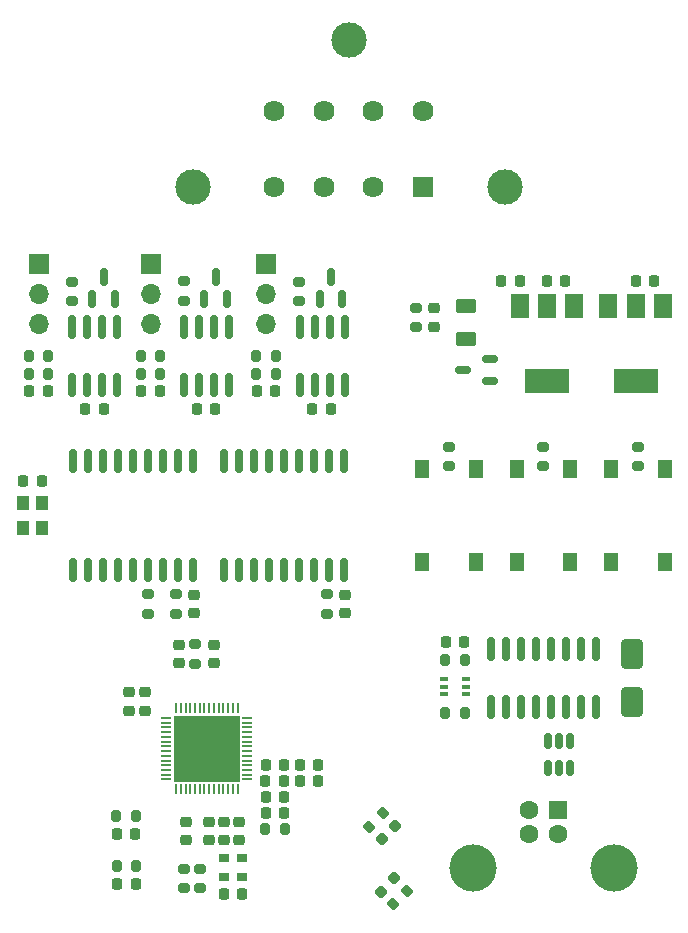
<source format=gbr>
%TF.GenerationSoftware,KiCad,Pcbnew,(7.0.0)*%
%TF.CreationDate,2023-06-26T10:50:56+12:00*%
%TF.ProjectId,VehicleVCU_PCB,56656869-636c-4655-9643-555f5043422e,rev?*%
%TF.SameCoordinates,Original*%
%TF.FileFunction,Soldermask,Top*%
%TF.FilePolarity,Negative*%
%FSLAX46Y46*%
G04 Gerber Fmt 4.6, Leading zero omitted, Abs format (unit mm)*
G04 Created by KiCad (PCBNEW (7.0.0)) date 2023-06-26 10:50:56*
%MOMM*%
%LPD*%
G01*
G04 APERTURE LIST*
G04 Aperture macros list*
%AMRoundRect*
0 Rectangle with rounded corners*
0 $1 Rounding radius*
0 $2 $3 $4 $5 $6 $7 $8 $9 X,Y pos of 4 corners*
0 Add a 4 corners polygon primitive as box body*
4,1,4,$2,$3,$4,$5,$6,$7,$8,$9,$2,$3,0*
0 Add four circle primitives for the rounded corners*
1,1,$1+$1,$2,$3*
1,1,$1+$1,$4,$5*
1,1,$1+$1,$6,$7*
1,1,$1+$1,$8,$9*
0 Add four rect primitives between the rounded corners*
20,1,$1+$1,$2,$3,$4,$5,0*
20,1,$1+$1,$4,$5,$6,$7,0*
20,1,$1+$1,$6,$7,$8,$9,0*
20,1,$1+$1,$8,$9,$2,$3,0*%
G04 Aperture macros list end*
%ADD10RoundRect,0.225000X-0.225000X-0.250000X0.225000X-0.250000X0.225000X0.250000X-0.225000X0.250000X0*%
%ADD11RoundRect,0.200000X0.200000X0.275000X-0.200000X0.275000X-0.200000X-0.275000X0.200000X-0.275000X0*%
%ADD12RoundRect,0.218750X0.218750X0.256250X-0.218750X0.256250X-0.218750X-0.256250X0.218750X-0.256250X0*%
%ADD13C,2.990000*%
%ADD14R,1.785000X1.785000*%
%ADD15C,1.785000*%
%ADD16R,0.850000X0.650000*%
%ADD17RoundRect,0.200000X-0.053033X0.335876X-0.335876X0.053033X0.053033X-0.335876X0.335876X-0.053033X0*%
%ADD18R,1.300000X1.550000*%
%ADD19R,0.650000X0.400000*%
%ADD20RoundRect,0.150000X-0.150000X0.875000X-0.150000X-0.875000X0.150000X-0.875000X0.150000X0.875000X0*%
%ADD21RoundRect,0.150000X0.150000X-0.825000X0.150000X0.825000X-0.150000X0.825000X-0.150000X-0.825000X0*%
%ADD22RoundRect,0.200000X-0.275000X0.200000X-0.275000X-0.200000X0.275000X-0.200000X0.275000X0.200000X0*%
%ADD23RoundRect,0.225000X0.250000X-0.225000X0.250000X0.225000X-0.250000X0.225000X-0.250000X-0.225000X0*%
%ADD24RoundRect,0.225000X-0.250000X0.225000X-0.250000X-0.225000X0.250000X-0.225000X0.250000X0.225000X0*%
%ADD25RoundRect,0.200000X0.275000X-0.200000X0.275000X0.200000X-0.275000X0.200000X-0.275000X-0.200000X0*%
%ADD26RoundRect,0.218750X-0.218750X-0.256250X0.218750X-0.256250X0.218750X0.256250X-0.218750X0.256250X0*%
%ADD27RoundRect,0.150000X0.150000X-0.587500X0.150000X0.587500X-0.150000X0.587500X-0.150000X-0.587500X0*%
%ADD28RoundRect,0.150000X0.512500X0.150000X-0.512500X0.150000X-0.512500X-0.150000X0.512500X-0.150000X0*%
%ADD29RoundRect,0.250000X-0.625000X0.375000X-0.625000X-0.375000X0.625000X-0.375000X0.625000X0.375000X0*%
%ADD30RoundRect,0.200000X-0.200000X-0.275000X0.200000X-0.275000X0.200000X0.275000X-0.200000X0.275000X0*%
%ADD31RoundRect,0.225000X0.225000X0.250000X-0.225000X0.250000X-0.225000X-0.250000X0.225000X-0.250000X0*%
%ADD32R,1.100000X1.300000*%
%ADD33RoundRect,0.218750X0.026517X-0.335876X0.335876X-0.026517X-0.026517X0.335876X-0.335876X0.026517X0*%
%ADD34R,1.500000X2.000000*%
%ADD35R,3.800000X2.000000*%
%ADD36RoundRect,0.150000X0.150000X-0.512500X0.150000X0.512500X-0.150000X0.512500X-0.150000X-0.512500X0*%
%ADD37RoundRect,0.250000X-0.650000X1.000000X-0.650000X-1.000000X0.650000X-1.000000X0.650000X1.000000X0*%
%ADD38R,1.700000X1.700000*%
%ADD39O,1.700000X1.700000*%
%ADD40R,1.600000X1.600000*%
%ADD41C,1.600000*%
%ADD42C,4.000000*%
%ADD43RoundRect,0.218750X0.256250X-0.218750X0.256250X0.218750X-0.256250X0.218750X-0.256250X-0.218750X0*%
%ADD44RoundRect,0.050000X0.387500X0.050000X-0.387500X0.050000X-0.387500X-0.050000X0.387500X-0.050000X0*%
%ADD45RoundRect,0.050000X0.050000X0.387500X-0.050000X0.387500X-0.050000X-0.387500X0.050000X-0.387500X0*%
%ADD46R,5.600000X5.600000*%
G04 APERTURE END LIST*
D10*
%TO.C,C12*%
X174305000Y-85370000D03*
X175855000Y-85370000D03*
%TD*%
D11*
%TO.C,R1*%
X132007500Y-134958750D03*
X130357500Y-134958750D03*
%TD*%
D12*
%TO.C,FB1*%
X144537500Y-127740000D03*
X142962500Y-127740000D03*
%TD*%
D13*
%TO.C,J2*%
X163210000Y-77400000D03*
X150000000Y-65000000D03*
X136792000Y-77400000D03*
D14*
X156284999Y-77399999D03*
D15*
X152095000Y-77400000D03*
X147905000Y-77400000D03*
X143715000Y-77400000D03*
X143715000Y-71000000D03*
X147905000Y-71000000D03*
X152095000Y-71000000D03*
X156285000Y-71000000D03*
%TD*%
D10*
%TO.C,C14*%
X122475000Y-102300000D03*
X124025000Y-102300000D03*
%TD*%
D16*
%TO.C,X1*%
X140984999Y-135884999D03*
X140984999Y-134234999D03*
X139434999Y-134234999D03*
X139434999Y-135884999D03*
%TD*%
D17*
%TO.C,R25*%
X154925059Y-137016262D03*
X153758333Y-138182988D03*
%TD*%
D18*
%TO.C,SW3*%
X160749999Y-101274999D03*
X160749999Y-109224999D03*
X156249999Y-101274999D03*
X156249999Y-109224999D03*
%TD*%
D19*
%TO.C,Q1*%
X158074999Y-119099999D03*
X158074999Y-119749999D03*
X158074999Y-120399999D03*
X159974999Y-120399999D03*
X159974999Y-119749999D03*
X159974999Y-119099999D03*
%TD*%
D11*
%TO.C,R6*%
X134075000Y-93250000D03*
X132425000Y-93250000D03*
%TD*%
D20*
%TO.C,U8*%
X136830000Y-100600000D03*
X135560000Y-100600000D03*
X134290000Y-100600000D03*
X133020000Y-100600000D03*
X131750000Y-100600000D03*
X130480000Y-100600000D03*
X129210000Y-100600000D03*
X127940000Y-100600000D03*
X126670000Y-100600000D03*
X126670000Y-109900000D03*
X127940000Y-109900000D03*
X129210000Y-109900000D03*
X130480000Y-109900000D03*
X131750000Y-109900000D03*
X133020000Y-109900000D03*
X134290000Y-109900000D03*
X135560000Y-109900000D03*
X136830000Y-109900000D03*
%TD*%
D21*
%TO.C,U5*%
X136095000Y-94225000D03*
X137365000Y-94225000D03*
X138635000Y-94225000D03*
X139905000Y-94225000D03*
X139905000Y-89275000D03*
X138635000Y-89275000D03*
X137365000Y-89275000D03*
X136095000Y-89275000D03*
%TD*%
D22*
%TO.C,R9*%
X148180000Y-111915000D03*
X148180000Y-113565000D03*
%TD*%
D23*
%TO.C,C2*%
X132770000Y-121775000D03*
X132770000Y-120225000D03*
%TD*%
D11*
%TO.C,R5*%
X159850000Y-117500000D03*
X158200000Y-117500000D03*
%TD*%
D24*
%TO.C,C17*%
X138150000Y-131210000D03*
X138150000Y-132760000D03*
%TD*%
D21*
%TO.C,U4*%
X126595000Y-94225000D03*
X127865000Y-94225000D03*
X129135000Y-94225000D03*
X130405000Y-94225000D03*
X130405000Y-89275000D03*
X129135000Y-89275000D03*
X127865000Y-89275000D03*
X126595000Y-89275000D03*
%TD*%
D23*
%TO.C,C9*%
X136920000Y-113525000D03*
X136920000Y-111975000D03*
%TD*%
D11*
%TO.C,R2*%
X144582500Y-131800000D03*
X142932500Y-131800000D03*
%TD*%
D25*
%TO.C,R19*%
X158500000Y-101100000D03*
X158500000Y-99450000D03*
%TD*%
%TO.C,R22*%
X136050000Y-136825000D03*
X136050000Y-135175000D03*
%TD*%
D26*
%TO.C,D6*%
X132462500Y-94750000D03*
X134037500Y-94750000D03*
%TD*%
%TO.C,D8*%
X122962500Y-94750000D03*
X124537500Y-94750000D03*
%TD*%
D27*
%TO.C,D5*%
X147550000Y-86937500D03*
X149450000Y-86937500D03*
X148500000Y-85062500D03*
%TD*%
D21*
%TO.C,U3*%
X162055000Y-121475000D03*
X163325000Y-121475000D03*
X164595000Y-121475000D03*
X165865000Y-121475000D03*
X167135000Y-121475000D03*
X168405000Y-121475000D03*
X169675000Y-121475000D03*
X170945000Y-121475000D03*
X170945000Y-116525000D03*
X169675000Y-116525000D03*
X168405000Y-116525000D03*
X167135000Y-116525000D03*
X165865000Y-116525000D03*
X164595000Y-116525000D03*
X163325000Y-116525000D03*
X162055000Y-116525000D03*
%TD*%
D25*
%TO.C,R3*%
X126590000Y-87095000D03*
X126590000Y-85445000D03*
%TD*%
D28*
%TO.C,Q2*%
X162000000Y-93900000D03*
X162000000Y-92000000D03*
X159725000Y-92950000D03*
%TD*%
D18*
%TO.C,SW2*%
X168749999Y-101274999D03*
X168749999Y-109224999D03*
X164249999Y-101274999D03*
X164249999Y-109224999D03*
%TD*%
D29*
%TO.C,F1*%
X159942500Y-87510000D03*
X159942500Y-90310000D03*
%TD*%
D30*
%TO.C,R11*%
X142175000Y-91750000D03*
X143825000Y-91750000D03*
%TD*%
D31*
%TO.C,C27*%
X140975000Y-137290000D03*
X139425000Y-137290000D03*
%TD*%
D10*
%TO.C,C25*%
X145865000Y-126390000D03*
X147415000Y-126390000D03*
%TD*%
D22*
%TO.C,R20*%
X155740000Y-87665000D03*
X155740000Y-89315000D03*
%TD*%
%TO.C,R23*%
X137380000Y-135165000D03*
X137380000Y-136815000D03*
%TD*%
D32*
%TO.C,X3*%
X122424999Y-104199999D03*
X122424999Y-106299999D03*
X124074999Y-106299999D03*
X124074999Y-104199999D03*
%TD*%
D25*
%TO.C,R10*%
X145840000Y-87095000D03*
X145840000Y-85445000D03*
%TD*%
D10*
%TO.C,C26*%
X145865000Y-127740000D03*
X147415000Y-127740000D03*
%TD*%
D23*
%TO.C,C1*%
X131420000Y-121775000D03*
X131420000Y-120225000D03*
%TD*%
D26*
%TO.C,D7*%
X142212500Y-94750000D03*
X143787500Y-94750000D03*
%TD*%
D33*
%TO.C,D12*%
X152724189Y-137095812D03*
X153837883Y-135982118D03*
%TD*%
D34*
%TO.C,U9*%
X176599999Y-87549999D03*
X174299999Y-87549999D03*
D35*
X174299999Y-93849999D03*
D34*
X171999999Y-87549999D03*
%TD*%
D10*
%TO.C,C5*%
X137175000Y-96250000D03*
X138725000Y-96250000D03*
%TD*%
D36*
%TO.C,U1*%
X166850000Y-126637500D03*
X167800000Y-126637500D03*
X168750000Y-126637500D03*
X168750000Y-124362500D03*
X167800000Y-124362500D03*
X166850000Y-124362500D03*
%TD*%
D34*
%TO.C,U10*%
X169099999Y-87549999D03*
X166799999Y-87549999D03*
D35*
X166799999Y-93849999D03*
D34*
X164499999Y-87549999D03*
%TD*%
D24*
%TO.C,C8*%
X136200000Y-131210000D03*
X136200000Y-132760000D03*
%TD*%
D11*
%TO.C,R16*%
X131994776Y-130718463D03*
X130344776Y-130718463D03*
%TD*%
D30*
%TO.C,R8*%
X122925000Y-91750000D03*
X124575000Y-91750000D03*
%TD*%
D37*
%TO.C,D1*%
X174000000Y-117000000D03*
X174000000Y-121000000D03*
%TD*%
D31*
%TO.C,C13*%
X164495000Y-85370000D03*
X162945000Y-85370000D03*
%TD*%
D23*
%TO.C,C24*%
X139435000Y-132760000D03*
X139435000Y-131210000D03*
%TD*%
D26*
%TO.C,D9*%
X130382276Y-132218463D03*
X131957276Y-132218463D03*
%TD*%
D23*
%TO.C,C7*%
X149680000Y-113515000D03*
X149680000Y-111965000D03*
%TD*%
D27*
%TO.C,D4*%
X137800000Y-86937500D03*
X139700000Y-86937500D03*
X138750000Y-85062500D03*
%TD*%
D38*
%TO.C,JP1*%
X142999999Y-83959999D03*
D39*
X142999999Y-86499999D03*
X142999999Y-89039999D03*
%TD*%
D10*
%TO.C,C10*%
X146925000Y-96250000D03*
X148475000Y-96250000D03*
%TD*%
D22*
%TO.C,R21*%
X137000000Y-116145000D03*
X137000000Y-117795000D03*
%TD*%
D40*
%TO.C,J1*%
X167749999Y-130212499D03*
D41*
X165250000Y-130212500D03*
X165250000Y-132212500D03*
X167750000Y-132212500D03*
D42*
X172500000Y-135072500D03*
X160500000Y-135072500D03*
%TD*%
D10*
%TO.C,C3*%
X158250000Y-116000000D03*
X159800000Y-116000000D03*
%TD*%
D30*
%TO.C,R12*%
X132425000Y-91750000D03*
X134075000Y-91750000D03*
%TD*%
D10*
%TO.C,C28*%
X142982500Y-130450000D03*
X144532500Y-130450000D03*
%TD*%
D33*
%TO.C,D11*%
X152803813Y-132617507D03*
X153917507Y-131503813D03*
%TD*%
D25*
%TO.C,R7*%
X136100000Y-87085000D03*
X136100000Y-85435000D03*
%TD*%
D43*
%TO.C,D10*%
X157240000Y-89277500D03*
X157240000Y-87702500D03*
%TD*%
D11*
%TO.C,R15*%
X124575000Y-93250000D03*
X122925000Y-93250000D03*
%TD*%
D25*
%TO.C,R18*%
X166500000Y-101100000D03*
X166500000Y-99450000D03*
%TD*%
D18*
%TO.C,SW1*%
X176749999Y-101274999D03*
X176749999Y-109224999D03*
X172249999Y-101274999D03*
X172249999Y-109224999D03*
%TD*%
D23*
%TO.C,C16*%
X138590000Y-117755000D03*
X138590000Y-116205000D03*
%TD*%
D24*
%TO.C,C18*%
X140730000Y-131215000D03*
X140730000Y-132765000D03*
%TD*%
D22*
%TO.C,R13*%
X135420000Y-111925000D03*
X135420000Y-113575000D03*
%TD*%
D21*
%TO.C,U7*%
X145845000Y-94225000D03*
X147115000Y-94225000D03*
X148385000Y-94225000D03*
X149655000Y-94225000D03*
X149655000Y-89275000D03*
X148385000Y-89275000D03*
X147115000Y-89275000D03*
X145845000Y-89275000D03*
%TD*%
D10*
%TO.C,C11*%
X166795000Y-85370000D03*
X168345000Y-85370000D03*
%TD*%
D38*
%TO.C,JP3*%
X123749999Y-83999999D03*
D39*
X123749999Y-86539999D03*
X123749999Y-89079999D03*
%TD*%
D10*
%TO.C,C23*%
X142975000Y-126390000D03*
X144525000Y-126390000D03*
%TD*%
D26*
%TO.C,D2*%
X130395000Y-136458750D03*
X131970000Y-136458750D03*
%TD*%
D25*
%TO.C,R17*%
X174500000Y-101100000D03*
X174500000Y-99450000D03*
%TD*%
D11*
%TO.C,R14*%
X143825000Y-93250000D03*
X142175000Y-93250000D03*
%TD*%
D44*
%TO.C,U2*%
X141437500Y-127600000D03*
X141437500Y-127200000D03*
X141437500Y-126800000D03*
X141437500Y-126400000D03*
X141437500Y-126000000D03*
X141437500Y-125600000D03*
X141437500Y-125200000D03*
X141437500Y-124800000D03*
X141437500Y-124400000D03*
X141437500Y-124000000D03*
X141437500Y-123600000D03*
X141437500Y-123200000D03*
X141437500Y-122800000D03*
X141437500Y-122400000D03*
D45*
X140600000Y-121562500D03*
X140200000Y-121562500D03*
X139800000Y-121562500D03*
X139400000Y-121562500D03*
X139000000Y-121562500D03*
X138600000Y-121562500D03*
X138200000Y-121562500D03*
X137800000Y-121562500D03*
X137400000Y-121562500D03*
X137000000Y-121562500D03*
X136600000Y-121562500D03*
X136200000Y-121562500D03*
X135800000Y-121562500D03*
X135400000Y-121562500D03*
D44*
X134562500Y-122400000D03*
X134562500Y-122800000D03*
X134562500Y-123200000D03*
X134562500Y-123600000D03*
X134562500Y-124000000D03*
X134562500Y-124400000D03*
X134562500Y-124800000D03*
X134562500Y-125200000D03*
X134562500Y-125600000D03*
X134562500Y-126000000D03*
X134562500Y-126400000D03*
X134562500Y-126800000D03*
X134562500Y-127200000D03*
X134562500Y-127600000D03*
D45*
X135400000Y-128437500D03*
X135800000Y-128437500D03*
X136200000Y-128437500D03*
X136600000Y-128437500D03*
X137000000Y-128437500D03*
X137400000Y-128437500D03*
X137800000Y-128437500D03*
X138200000Y-128437500D03*
X138600000Y-128437500D03*
X139000000Y-128437500D03*
X139400000Y-128437500D03*
X139800000Y-128437500D03*
X140200000Y-128437500D03*
X140600000Y-128437500D03*
D46*
X137999999Y-124999999D03*
%TD*%
D38*
%TO.C,JP2*%
X133249999Y-83999999D03*
D39*
X133249999Y-86539999D03*
X133249999Y-89079999D03*
%TD*%
D23*
%TO.C,C15*%
X135650000Y-117745000D03*
X135650000Y-116195000D03*
%TD*%
D17*
%TO.C,R24*%
X152883363Y-130416637D03*
X151716637Y-131583363D03*
%TD*%
D25*
%TO.C,R26*%
X133010000Y-113575000D03*
X133010000Y-111925000D03*
%TD*%
D10*
%TO.C,C6*%
X142977500Y-129100000D03*
X144527500Y-129100000D03*
%TD*%
D20*
%TO.C,U6*%
X149580000Y-100600000D03*
X148310000Y-100600000D03*
X147040000Y-100600000D03*
X145770000Y-100600000D03*
X144500000Y-100600000D03*
X143230000Y-100600000D03*
X141960000Y-100600000D03*
X140690000Y-100600000D03*
X139420000Y-100600000D03*
X139420000Y-109900000D03*
X140690000Y-109900000D03*
X141960000Y-109900000D03*
X143230000Y-109900000D03*
X144500000Y-109900000D03*
X145770000Y-109900000D03*
X147040000Y-109900000D03*
X148310000Y-109900000D03*
X149580000Y-109900000D03*
%TD*%
D27*
%TO.C,D3*%
X128300000Y-86937500D03*
X130200000Y-86937500D03*
X129250000Y-85062500D03*
%TD*%
D30*
%TO.C,R4*%
X158200000Y-122000000D03*
X159850000Y-122000000D03*
%TD*%
D10*
%TO.C,C4*%
X127725000Y-96230000D03*
X129275000Y-96230000D03*
%TD*%
M02*

</source>
